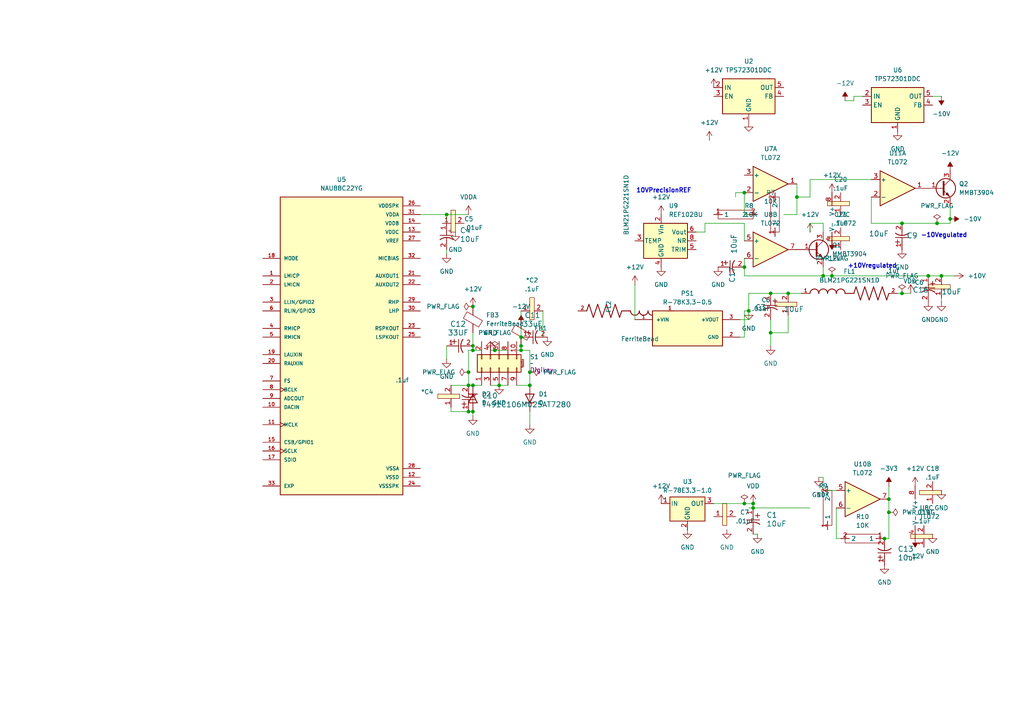
<source format=kicad_sch>
(kicad_sch (version 20231120) (generator "eeschema") (generator_version "8.0")
  (paper "A4")
  (lib_symbols
    (symbol "Amplifier_Operational:TL072" (pin_names (offset 0.127))
      (property "Reference" "U" (at 0 5.08 0))
      (property "Value" "TL072" (at 0 -5.08 0))
      (symbol "TL072_1_1"
        (polyline (pts (xy -5.08 5.08) (xy 5.08 0) (xy -5.08 -5.08) (xy -5.08 5.08)) (stroke (width 0.254)) (fill (type background)))
        (pin output line (at 7.62 0 180) (length 2.54) (name "~") (number "1"))
        (pin input line (at -7.62 -2.54 0) (length 2.54) (name "-") (number "2"))
        (pin input line (at -7.62 2.54 0) (length 2.54) (name "+") (number "3"))
      )
      (symbol "TL072_2_1"
        (polyline (pts (xy -5.08 5.08) (xy 5.08 0) (xy -5.08 -5.08) (xy -5.08 5.08)) (stroke (width 0.254)) (fill (type background)))
        (pin input line (at -7.62 2.54 0) (length 2.54) (name "+") (number "5"))
        (pin input line (at -7.62 -2.54 0) (length 2.54) (name "-") (number "6"))
        (pin output line (at 7.62 0 180) (length 2.54) (name "~") (number "7"))
      )
      (symbol "TL072_3_1"
        (pin power_in line (at -2.54 -7.62 90) (length 3.81) (name "V-") (number "4"))
        (pin power_in line (at -2.54 7.62 270) (length 3.81) (name "V+") (number "8"))
      )
    )
    (symbol "Device:D" (pin_numbers hide) (pin_names (offset 1.016) hide)
      (property "Reference" "D" (at 0 2.54 0))
      (property "Value" "D" (at 0 -2.54 0))
      (symbol "D_0_1"
        (polyline (pts (xy -1.27 1.27) (xy -1.27 -1.27)) (stroke (width 0.254)))
        (polyline (pts (xy 1.27 0) (xy -1.27 0)))
        (polyline (pts (xy 1.27 1.27) (xy 1.27 -1.27) (xy -1.27 0) (xy 1.27 1.27)) (stroke (width 0.254)))
      )
      (symbol "D_1_1"
        (pin passive line (at -3.81 0 0) (length 2.54) (name "K") (number "1"))
        (pin passive line (at 3.81 0 180) (length 2.54) (name "A") (number "2"))
      )
    )
    (symbol "Device:FerriteBead" (pin_numbers hide) (pin_names (offset 0))
      (property "Reference" "FB" (at -3.81 0.635 90))
      (property "Value" "FerriteBead" (at 3.81 0 90))
      (symbol "FerriteBead_0_1"
        (polyline (pts (xy 0 -1.27) (xy 0 -1.2192)))
        (polyline (pts (xy 0 1.27) (xy 0 1.2954)))
        (polyline (pts (xy -2.7686 0.4064) (xy -1.7018 2.2606) (xy 2.7686 -0.3048) (xy 1.6764 -2.159) (xy -2.7686 0.4064)))
      )
      (symbol "FerriteBead_1_1"
        (pin passive line (at 0 3.81 270) (length 2.54) (name "~") (number "1"))
        (pin passive line (at 0 -3.81 90) (length 2.54) (name "~") (number "2"))
      )
    )
    (symbol "Reference_Voltage:REF102BU" (pin_names (offset 0.254))
      (property "Reference" "U" (at 0 8.255 0))
      (property "Value" "REF102BU" (at 3.175 6.35 0))
      (symbol "REF102BU_0_1"
        (rectangle (start -7.62 5.08) (end 5.08 -5.08) (stroke (width 0.254)) (fill (type background)))
      )
      (symbol "REF102BU_1_1"
        (pin no_connect line (at -5.08 -5.08 90) (length 2.54) hide (name "NC") (number "1"))
        (pin power_in line (at -2.54 7.62 270) (length 2.54) (name "Vin") (number "2"))
        (pin passive line (at -10.16 0 0) (length 2.54) (name "TEMP") (number "3"))
        (pin power_in line (at -2.54 -7.62 90) (length 2.54) (name "GND") (number "4"))
        (pin passive line (at 7.62 -2.54 180) (length 2.54) (name "TRIM") (number "5"))
        (pin power_out line (at 7.62 2.54 180) (length 2.54) (name "Vout") (number "6"))
        (pin no_connect line (at 0 -5.08 90) (length 2.54) hide (name "NC") (number "7"))
        (pin passive line (at 7.62 0 180) (length 2.54) (name "NR") (number "8"))
      )
    )
    (symbol "Regulator_Linear:TPS72301DDC"
      (property "Reference" "U" (at -6.35 6.35 0))
      (property "Value" "TPS72301DDC" (at 0 6.35 0))
      (symbol "TPS72301DDC_0_1"
        (rectangle (start -7.62 -5.08) (end 7.62 5.08) (stroke (width 0.254)) (fill (type background)))
      )
      (symbol "TPS72301DDC_1_1"
        (pin power_in line (at 0 -7.62 90) (length 2.54) (name "GND") (number "1"))
        (pin power_in line (at -10.16 2.54 0) (length 2.54) (name "IN") (number "2"))
        (pin input line (at -10.16 0 0) (length 2.54) (name "EN") (number "3"))
        (pin input line (at 10.16 0 180) (length 2.54) (name "FB") (number "4"))
        (pin power_out line (at 10.16 2.54 180) (length 2.54) (name "OUT") (number "5"))
      )
    )
    (symbol "Regulator_Switching:R-78E3.3-1.0" (pin_names (offset 0.254))
      (property "Reference" "U" (at -3.81 3.175 0))
      (property "Value" "R-78E3.3-1.0" (at 0 3.175 0))
      (symbol "R-78E3.3-1.0_0_1"
        (rectangle (start -5.08 1.905) (end 5.08 -5.08) (stroke (width 0.254)) (fill (type background)))
      )
      (symbol "R-78E3.3-1.0_1_1"
        (pin power_in line (at -7.62 0 0) (length 2.54) (name "IN") (number "1"))
        (pin power_in line (at 0 -7.62 90) (length 2.54) (name "GND") (number "2"))
        (pin power_out line (at 7.62 0 180) (length 2.54) (name "OUT") (number "3"))
      )
    )
    (symbol "Transistor_BJT:MMBT3904" (pin_names (offset 0) hide)
      (property "Reference" "Q" (at 5.08 1.905 0))
      (property "Value" "MMBT3904" (at 5.08 0 0))
      (symbol "MMBT3904_0_1"
        (polyline (pts (xy 0.635 0.635) (xy 2.54 2.54)))
        (polyline (pts (xy 0.635 -0.635) (xy 2.54 -2.54) (xy 2.54 -2.54)))
        (polyline (pts (xy 0.635 1.905) (xy 0.635 -1.905) (xy 0.635 -1.905)) (stroke (width 0.508)))
        (polyline (pts (xy 1.27 -1.778) (xy 1.778 -1.27) (xy 2.286 -2.286) (xy 1.27 -1.778) (xy 1.27 -1.778)) (fill (type outline)))
        (circle (center 1.27 0) (radius 2.8194) (stroke (width 0.254)))
      )
      (symbol "MMBT3904_1_1"
        (pin input line (at -5.08 0 0) (length 5.715) (name "B") (number "1"))
        (pin passive line (at 2.54 -5.08 90) (length 2.54) (name "E") (number "2"))
        (pin passive line (at 2.54 5.08 270) (length 2.54) (name "C") (number "3"))
      )
    )
    (symbol "common:CerCap"
      (property "Reference" "*C" (at 0 0 0))
      (symbol "CerCap_1_1"
        (rectangle (start -1.27 3.81) (end 0 -2.54) (fill (type background)))
        (pin passive line (at -3.81 0 0) (length 2.54) (name "") (number "1"))
        (pin passive line (at 2.54 0 180) (length 2.54) (name "") (number "2"))
      )
    )
    (symbol "common:R"
      (property "Reference" "R*" (at 0 0 0))
      (symbol "R_0_1"
        (rectangle (start -5.08 0) (end 5.08 -2.54))
      )
      (symbol "R_1_1"
        (pin passive line (at -6.35 -1.27 0) (length 2.54) (name "1") (number "1"))
        (pin passive line (at 6.35 -1.27 180) (length 2.54) (name "2") (number "2"))
      )
    )
    (symbol "common:euroHeader" (pin_names hide)
      (property "Reference" "S" (at 0 0 0))
      (property "supplier" "Digikey" (at 0 0 0))
      (symbol "euroHeader_1_1"
        (polyline (pts (xy 11.684 -12.192) (xy 13.716 -12.192)) (stroke (width 0.1524)))
        (rectangle (start 10.16 -10.033) (end 11.43 -10.287) (stroke (width 0.1524)))
        (rectangle (start 10.16 -7.493) (end 11.43 -7.747) (stroke (width 0.1524)))
        (rectangle (start 10.16 -4.953) (end 11.43 -5.207) (stroke (width 0.1524)))
        (rectangle (start 10.16 -2.413) (end 11.43 -2.667) (stroke (width 0.1524)))
        (rectangle (start 10.16 0.127) (end 11.43 -0.127) (stroke (width 0.1524)))
        (rectangle (start 10.16 1.27) (end 15.24 -11.43) (stroke (width 0.254)) (fill (type background)))
        (rectangle (start 15.24 -10.033) (end 13.97 -10.287) (stroke (width 0.1524)))
        (rectangle (start 15.24 -7.493) (end 13.97 -7.747) (stroke (width 0.1524)))
        (rectangle (start 15.24 -4.953) (end 13.97 -5.207) (stroke (width 0.1524)))
        (rectangle (start 15.24 -2.413) (end 13.97 -2.667) (stroke (width 0.1524)))
        (rectangle (start 15.24 0.127) (end 13.97 -0.127) (stroke (width 0.1524)))
        (text "Mounting" (at 12.7 -11.811 0) (effects (font (size 0.381 0.381))))
        (pin power_in line (at 6.35 0 0) (length 3.81) (name "") (number "1"))
        (pin power_in line (at 19.05 -10.16 180) (length 3.81) (name "") (number "10"))
        (pin power_in line (at 19.05 0 180) (length 3.81) (name "") (number "2"))
        (pin power_in line (at 6.35 -2.54 0) (length 3.81) (name "") (number "3"))
        (pin power_in line (at 19.05 -2.54 180) (length 3.81) (name "") (number "4"))
        (pin power_in line (at 6.35 -5.08 0) (length 3.81) (name "") (number "5"))
        (pin power_in line (at 19.05 -5.08 180) (length 3.81) (name "") (number "6"))
        (pin power_in line (at 6.35 -7.62 0) (length 3.81) (name "") (number "7"))
        (pin power_in line (at 19.05 -7.62 180) (length 3.81) (name "") (number "8"))
        (pin power_in line (at 6.35 -10.16 0) (length 3.81) (name "") (number "9"))
      )
    )
    (symbol "esp32lib:R-78K3.3-0.5" (pin_names (offset 1.016))
      (property "Reference" "PS" (at -10.16 5.842 0))
      (property "Value" "R-78K3.3-0.5" (at -10.16 -7.62 0))
      (symbol "R-78K3.3-0.5_0_0"
        (rectangle (start -10.16 -5.08) (end 10.16 5.08) (stroke (width 0.254)) (fill (type background)))
        (pin input line (at -15.24 2.54 0) (length 5.08) (name "+VIN") (number "1"))
        (pin power_in line (at 15.24 -2.54 180) (length 5.08) (name "GND") (number "2"))
        (pin output line (at 15.24 2.54 180) (length 5.08) (name "+VOUT") (number "3"))
      )
    )
    (symbol "esp32lib:T491C106M025AT7280" (pin_names (offset 0.254))
      (property "Reference" "C" (at 3.81 3.81 0))
      (property "Value" "T491C106M025AT7280" (at 3.81 -3.81 0))
      (symbol "T491C106M025AT7280_1_1"
        (polyline (pts (xy 1.5748 1.27) (xy 2.8448 1.27)) (stroke (width 0.2032)))
        (polyline (pts (xy 2.2098 0.635) (xy 2.2098 1.905)) (stroke (width 0.2032)))
        (polyline (pts (xy 2.54 0) (xy 3.4798 0)) (stroke (width 0.2032)))
        (polyline (pts (xy 3.4798 -1.905) (xy 3.4798 1.905)) (stroke (width 0.2032)))
        (polyline (pts (xy 4.1148 0) (xy 5.08 0)) (stroke (width 0.2032)))
        (arc (start 4.7541 1.9108) (mid 4.1148 0) (end 4.7541 -1.9108) (stroke (width 0.254)))
        (pin unspecified line (at 0 0 0) (length 2.54) (name "") (number "1"))
        (pin unspecified line (at 7.62 0 180) (length 2.54) (name "") (number "2"))
      )
      (symbol "T491C106M025AT7280_1_2"
        (polyline (pts (xy -1.905 -3.4798) (xy 1.905 -3.4798)) (stroke (width 0.2032)))
        (polyline (pts (xy 0 -4.1148) (xy 0 -5.08)) (stroke (width 0.2032)))
        (polyline (pts (xy 0 -2.54) (xy 0 -3.4798)) (stroke (width 0.2032)))
        (polyline (pts (xy 0.635 -2.2098) (xy 1.905 -2.2098)) (stroke (width 0.2032)))
        (polyline (pts (xy 1.27 -1.5748) (xy 1.27 -2.8448)) (stroke (width 0.2032)))
        (arc (start 1.9108 -4.7541) (mid 0 -4.1148) (end -1.9108 -4.7541) (stroke (width 0.254)))
        (pin unspecified line (at 0 0 270) (length 2.54) (name "") (number "1"))
        (pin unspecified line (at 0 -7.62 90) (length 2.54) (name "") (number "2"))
      )
    )
    (symbol "esp32lib:bead" (pin_names (offset 1.016))
      (property "Reference" "FL" (at -12.7044 5.0815 0))
      (property "Value" "BLM21PG221SN1D" (at -12.71 -5.0866 0))
      (symbol "bead_0_0"
        (arc (start -10.16 0) (mid -11.43 1.2645) (end -12.7 0) (stroke (width 0.254)))
        (arc (start -7.62 0) (mid -8.89 1.2645) (end -10.16 0) (stroke (width 0.254)))
        (arc (start -5.08 0) (mid -6.35 1.2645) (end -7.62 0) (stroke (width 0.254)))
        (arc (start -2.54 0) (mid -3.81 1.2645) (end -5.08 0) (stroke (width 0.254)))
        (polyline (pts (xy 0 0) (xy -2.54 0)) (stroke (width 0.254)))
        (polyline (pts (xy 0 0) (xy 0.635 1.905)) (stroke (width 0.254)))
        (polyline (pts (xy 0.635 1.905) (xy 1.905 -1.905)) (stroke (width 0.254)))
        (polyline (pts (xy 1.905 -1.905) (xy 3.175 1.905)) (stroke (width 0.254)))
        (polyline (pts (xy 3.175 1.905) (xy 4.445 -1.905)) (stroke (width 0.254)))
        (polyline (pts (xy 4.445 -1.905) (xy 5.715 1.905)) (stroke (width 0.254)))
        (polyline (pts (xy 5.715 1.905) (xy 6.985 -1.905)) (stroke (width 0.254)))
        (polyline (pts (xy 6.985 -1.905) (xy 8.255 1.905)) (stroke (width 0.254)))
        (polyline (pts (xy 8.255 1.905) (xy 9.525 -1.905)) (stroke (width 0.254)))
        (polyline (pts (xy 9.525 -1.905) (xy 10.16 0)) (stroke (width 0.254)))
        (pin passive line (at -15.24 0 0) (length 2.54) (name "~") (number "1"))
        (pin passive line (at 12.7 0 180) (length 2.54) (name "~") (number "2"))
      )
    )
    (symbol "modcaneuro:NAU88C22YG" (pin_names (offset 1.016))
      (property "Reference" "U" (at -17.78 45.72 0))
      (property "Value" "NAU88C22YG" (at -17.78 -45.72 0))
      (symbol "NAU88C22YG_0_0"
        (rectangle (start -17.78 -43.18) (end 17.78 43.18) (stroke (width 0.254)) (fill (type background)))
        (pin input line (at -22.86 20.32 0) (length 5.08) (name "LMICP") (number "1"))
        (pin input line (at -22.86 -17.78 0) (length 5.08) (name "DACIN") (number "10"))
        (pin input clock (at -22.86 -22.86 0) (length 5.08) (name "MCLK") (number "11"))
        (pin power_in line (at 22.86 -38.1 180) (length 5.08) (name "VSSD") (number "12"))
        (pin power_in line (at 22.86 33.02 180) (length 5.08) (name "VDDC") (number "13"))
        (pin power_in line (at 22.86 35.56 180) (length 5.08) (name "VDDB") (number "14"))
        (pin bidirectional line (at -22.86 -27.94 0) (length 5.08) (name "CSB/GPIO1") (number "15"))
        (pin input clock (at -22.86 -30.48 0) (length 5.08) (name "SCLK") (number "16"))
        (pin bidirectional line (at -22.86 -33.02 0) (length 5.08) (name "SDIO") (number "17"))
        (pin input line (at -22.86 25.4 0) (length 5.08) (name "MODE") (number "18"))
        (pin input line (at -22.86 -2.54 0) (length 5.08) (name "LAUXIN") (number "19"))
        (pin input line (at -22.86 17.78 0) (length 5.08) (name "LMICN") (number "2"))
        (pin input line (at -22.86 -5.08 0) (length 5.08) (name "RAUXIN") (number "20"))
        (pin output line (at 22.86 20.32 180) (length 5.08) (name "AUXOUT1") (number "21"))
        (pin output line (at 22.86 17.78 180) (length 5.08) (name "AUXOUT2") (number "22"))
        (pin output line (at 22.86 5.08 180) (length 5.08) (name "RSPKOUT") (number "23"))
        (pin power_in line (at 22.86 -40.64 180) (length 5.08) (name "VSSSPK") (number "24"))
        (pin output line (at 22.86 2.54 180) (length 5.08) (name "LSPKOUT") (number "25"))
        (pin power_in line (at 22.86 40.64 180) (length 5.08) (name "VDDSPK") (number "26"))
        (pin power_in line (at 22.86 30.48 180) (length 5.08) (name "VREF") (number "27"))
        (pin power_in line (at 22.86 -35.56 180) (length 5.08) (name "VSSA") (number "28"))
        (pin output line (at 22.86 12.7 180) (length 5.08) (name "RHP") (number "29"))
        (pin bidirectional line (at -22.86 12.7 0) (length 5.08) (name "LLIN/GPIO2") (number "3"))
        (pin output line (at 22.86 10.16 180) (length 5.08) (name "LHP") (number "30"))
        (pin power_in line (at 22.86 38.1 180) (length 5.08) (name "VDDA") (number "31"))
        (pin output line (at 22.86 25.4 180) (length 5.08) (name "MICBIAS") (number "32"))
        (pin passive line (at -22.86 -40.64 0) (length 5.08) (name "EXP") (number "33"))
        (pin input line (at -22.86 5.08 0) (length 5.08) (name "RMICP") (number "4"))
        (pin input line (at -22.86 2.54 0) (length 5.08) (name "RMICN") (number "5"))
        (pin bidirectional line (at -22.86 10.16 0) (length 5.08) (name "RLIN/GPIO3") (number "6"))
        (pin bidirectional line (at -22.86 -10.16 0) (length 5.08) (name "FS") (number "7"))
        (pin bidirectional clock (at -22.86 -12.7 0) (length 5.08) (name "BCLK") (number "8"))
        (pin output line (at -22.86 -15.24 0) (length 5.08) (name "ADCOUT") (number "9"))
      )
    )
    (symbol "power:+10V" (power) (pin_numbers hide) (pin_names (offset 0) hide)
      (property "Value" "+10V" (at 0 3.556 0))
      (symbol "+10V_0_1"
        (polyline (pts (xy -0.762 1.27) (xy 0 2.54)))
        (polyline (pts (xy 0 0) (xy 0 2.54)))
        (polyline (pts (xy 0 2.54) (xy 0.762 1.27)))
      )
      (symbol "+10V_1_1"
        (pin power_in line (at 0 0 90) (length 0) (name "~") (number "1"))
      )
    )
    (symbol "power:+12V" (power) (pin_numbers hide) (pin_names (offset 0) hide)
      (property "Value" "+12V" (at 0 3.556 0))
      (symbol "+12V_0_1"
        (polyline (pts (xy -0.762 1.27) (xy 0 2.54)))
        (polyline (pts (xy 0 0) (xy 0 2.54)))
        (polyline (pts (xy 0 2.54) (xy 0.762 1.27)))
      )
      (symbol "+12V_1_1"
        (pin power_in line (at 0 0 90) (length 0) (name "~") (number "1"))
      )
    )
    (symbol "power:-10V" (power) (pin_numbers hide) (pin_names (offset 0) hide)
      (property "Value" "-10V" (at 0 3.556 0))
      (symbol "-10V_0_0"
        (pin power_in line (at 0 0 90) (length 0) (name "~") (number "1"))
      )
      (symbol "-10V_0_1"
        (polyline (pts (xy 0 0) (xy 0 1.27) (xy 0.762 1.27) (xy 0 2.54) (xy -0.762 1.27) (xy 0 1.27)) (fill (type outline)))
      )
    )
    (symbol "power:-12V" (power) (pin_numbers hide) (pin_names (offset 0) hide)
      (property "Value" "-12V" (at 0 3.556 0))
      (symbol "-12V_0_0"
        (pin power_in line (at 0 0 90) (length 0) (name "~") (number "1"))
      )
      (symbol "-12V_0_1"
        (polyline (pts (xy 0 0) (xy 0 1.27) (xy 0.762 1.27) (xy 0 2.54) (xy -0.762 1.27) (xy 0 1.27)) (fill (type outline)))
      )
    )
    (symbol "power:-3V3" (power) (pin_numbers hide) (pin_names (offset 0) hide)
      (property "Value" "-3V3" (at 0 3.556 0))
      (symbol "-3V3_0_0"
        (pin power_in line (at 0 0 90) (length 0) (name "~") (number "1"))
      )
      (symbol "-3V3_0_1"
        (polyline (pts (xy 0 0) (xy 0 1.27) (xy 0.762 1.27) (xy 0 2.54) (xy -0.762 1.27) (xy 0 1.27)) (fill (type outline)))
      )
    )
    (symbol "power:GND" (power) (pin_numbers hide) (pin_names (offset 0) hide)
      (property "Value" "GND" (at 0 -3.81 0))
      (symbol "GND_0_1"
        (polyline (pts (xy 0 0) (xy 0 -1.27) (xy 1.27 -1.27) (xy 0 -2.54) (xy -1.27 -1.27) (xy 0 -1.27)))
      )
      (symbol "GND_1_1"
        (pin power_in line (at 0 0 270) (length 0) (name "~") (number "1"))
      )
    )
    (symbol "power:PWR_FLAG" (power) (pin_numbers hide) (pin_names (offset 0) hide)
      (property "Value" "PWR_FLAG" (at 0 3.81 0))
      (symbol "PWR_FLAG_0_0"
        (pin power_out line (at 0 0 90) (length 0) (name "~") (number "1"))
      )
      (symbol "PWR_FLAG_0_1"
        (polyline (pts (xy 0 0) (xy 0 1.27) (xy -1.016 1.905) (xy 0 2.54) (xy 1.016 1.905) (xy 0 1.27)))
      )
    )
    (symbol "power:VDD" (power) (pin_numbers hide) (pin_names (offset 0) hide)
      (property "Value" "VDD" (at 0 3.556 0))
      (symbol "VDD_0_1"
        (polyline (pts (xy -0.762 1.27) (xy 0 2.54)))
        (polyline (pts (xy 0 0) (xy 0 2.54)))
        (polyline (pts (xy 0 2.54) (xy 0.762 1.27)))
      )
      (symbol "VDD_1_1"
        (pin power_in line (at 0 0 90) (length 0) (name "~") (number "1"))
      )
    )
    (symbol "power:VDDA" (power) (pin_numbers hide) (pin_names (offset 0) hide)
      (property "Value" "VDDA" (at 0 3.556 0))
      (symbol "VDDA_0_1"
        (polyline (pts (xy -0.762 1.27) (xy 0 2.54)))
        (polyline (pts (xy 0 0) (xy 0 2.54)))
        (polyline (pts (xy 0 2.54) (xy 0.762 1.27)))
      )
      (symbol "VDDA_1_1"
        (pin power_in line (at 0 0 90) (length 0) (name "~") (number "1"))
      )
    )
  )
  (junction (at 241.3 80.01))
  (junction (at 144.78 111.76))
  (junction (at 256.54 156.21))
  (junction (at 257.81 144.78))
  (junction (at 223.52 96.52))
  (junction (at 153.67 107.95))
  (junction (at 151.13 97.79))
  (junction (at 151.13 100.33))
  (junction (at 218.44 146.05))
  (junction (at 151.13 101.6))
  (junction (at 273.05 80.01))
  (junction (at 261.62 85.09))
  (junction (at 269.24 80.01))
  (junction (at 223.52 85.09))
  (junction (at 215.9 146.05))
  (junction (at 218.44 147.32))
  (junction (at 143.51 101.6))
  (junction (at 217.17 90.17))
  (junction (at 238.76 80.01))
  (junction (at 129.54 62.23))
  (junction (at 257.81 148.59))
  (junction (at 271.78 64.77))
  (junction (at 231.14 57.15))
  (junction (at 137.16 119.38))
  (junction (at 261.62 64.77))
  (junction (at 137.16 88.9))
  (junction (at 137.16 100.33))
  (junction (at 135.89 107.95))
  (junction (at 135.89 119.38))
  (junction (at 137.16 101.6))
  (junction (at 135.89 111.76))
  (junction (at 137.16 111.76))
  (junction (at 153.67 111.76))
  (junction (at 215.9 77.47))
  (junction (at 275.59 63.5))
  (junction (at 215.9 55.88))
  (junction (at 228.6 85.09))
  (wire (pts (xy 137.16 101.6) (xy 139.7 101.6)))
  (wire (pts (xy 207.01 146.05) (xy 215.9 146.05)))
  (wire (pts (xy 201.93 67.31) (xy 204.47 67.31)))
  (wire (pts (xy 238.76 138.43) (xy 238.76 142.24)))
  (wire (pts (xy 252.73 64.77) (xy 252.73 57.15)))
  (wire (pts (xy 238.76 64.77) (xy 234.95 64.77)))
  (wire (pts (xy 129.54 104.14) (xy 129.54 100.33)))
  (wire (pts (xy 234.95 64.77) (xy 234.95 67.31)))
  (wire (pts (xy 143.51 101.6) (xy 147.32 101.6)))
  (wire (pts (xy 130.81 119.38) (xy 135.89 119.38)))
  (wire (pts (xy 151.13 100.33) (xy 151.13 101.6)))
  (wire (pts (xy 129.54 64.77) (xy 129.54 62.23)))
  (wire (pts (xy 135.89 111.76) (xy 135.89 107.95)))
  (wire (pts (xy 237.49 138.43) (xy 238.76 138.43)))
  (wire (pts (xy 257.81 144.78) (xy 257.81 148.59)))
  (wire (pts (xy 245.11 29.21) (xy 247.65 29.21)))
  (wire (pts (xy 228.6 91.44) (xy 228.6 96.52)))
  (wire (pts (xy 273.05 87.63) (xy 273.05 86.36)))
  (wire (pts (xy 243.84 156.21) (xy 242.57 156.21)))
  (wire (pts (xy 218.44 147.32) (xy 234.95 147.32)))
  (wire (pts (xy 151.13 93.98) (xy 151.13 97.79)))
  (wire (pts (xy 247.65 27.94) (xy 250.19 27.94)))
  (wire (pts (xy 130.81 119.38) (xy 130.81 118.11)))
  (wire (pts (xy 215.9 97.79) (xy 215.9 90.17)))
  (wire (pts (xy 144.78 111.76) (xy 147.32 111.76)))
  (wire (pts (xy 223.52 92.71) (xy 223.52 96.52)))
  (wire (pts (xy 215.9 97.79) (xy 214.63 97.79)))
  (wire (pts (xy 153.67 107.95) (xy 153.67 111.76)))
  (wire (pts (xy 139.7 111.76) (xy 137.16 111.76)))
  (wire (pts (xy 238.76 142.24) (xy 242.57 142.24)))
  (wire (pts (xy 275.59 64.77) (xy 271.78 64.77)))
  (wire (pts (xy 217.17 90.17) (xy 217.17 85.09)))
  (wire (pts (xy 261.62 64.77) (xy 252.73 64.77)))
  (wire (pts (xy 269.24 80.01) (xy 241.3 80.01)))
  (wire (pts (xy 275.59 63.5) (xy 275.59 64.77)))
  (wire (pts (xy 231.14 53.34) (xy 231.14 57.15)))
  (wire (pts (xy 241.3 80.01) (xy 238.76 80.01)))
  (wire (pts (xy 218.44 147.32) (xy 218.44 146.05)))
  (wire (pts (xy 204.47 64.77) (xy 215.9 64.77)))
  (wire (pts (xy 157.48 90.17) (xy 157.48 97.79)))
  (wire (pts (xy 137.16 120.65) (xy 137.16 119.38)))
  (wire (pts (xy 227.33 62.23) (xy 231.14 62.23)))
  (wire (pts (xy 276.86 80.01) (xy 273.05 80.01)))
  (wire (pts (xy 231.14 57.15) (xy 231.14 62.23)))
  (wire (pts (xy 256.54 156.21) (xy 257.81 156.21)))
  (wire (pts (xy 129.54 72.39) (xy 129.54 73.66)))
  (wire (pts (xy 261.62 85.09) (xy 260.35 85.09)))
  (wire (pts (xy 217.17 85.09) (xy 223.52 85.09)))
  (wire (pts (xy 153.67 119.38) (xy 153.67 123.19)))
  (wire (pts (xy 142.24 111.76) (xy 144.78 111.76)))
  (wire (pts (xy 215.9 62.23) (xy 215.9 55.88)))
  (wire (pts (xy 270.51 27.94) (xy 273.05 27.94)))
  (wire (pts (xy 218.44 146.05) (xy 215.9 146.05)))
  (wire (pts (xy 217.17 147.32) (xy 218.44 147.32)))
  (wire (pts (xy 149.86 101.6) (xy 151.13 101.6)))
  (wire (pts (xy 238.76 67.31) (xy 238.76 64.77)))
  (wire (pts (xy 213.36 55.88) (xy 215.9 55.88)))
  (wire (pts (xy 217.17 92.71) (xy 217.17 90.17)))
  (wire (pts (xy 214.63 92.71) (xy 217.17 92.71)))
  (wire (pts (xy 242.57 156.21) (xy 242.57 147.32)))
  (wire (pts (xy 215.9 80.01) (xy 238.76 80.01)))
  (wire (pts (xy 151.13 90.17) (xy 151.13 92.71)))
  (wire (pts (xy 257.81 148.59) (xy 257.81 156.21)))
  (wire (pts (xy 135.89 107.95) (xy 135.89 101.6)))
  (wire (pts (xy 130.81 111.76) (xy 135.89 111.76)))
  (wire (pts (xy 135.89 101.6) (xy 137.16 101.6)))
  (wire (pts (xy 184.15 82.55) (xy 184.15 92.71)))
  (wire (pts (xy 232.41 85.09) (xy 228.6 85.09)))
  (wire (pts (xy 215.9 64.77) (xy 215.9 69.85)))
  (wire (pts (xy 271.78 64.77) (xy 261.62 64.77)))
  (wire (pts (xy 247.65 29.21) (xy 247.65 27.94)))
  (wire (pts (xy 151.13 101.6) (xy 153.67 101.6)))
  (wire (pts (xy 135.89 119.38) (xy 137.16 119.38)))
  (wire (pts (xy 213.36 57.15) (xy 213.36 55.88)))
  (wire (pts (xy 238.76 77.47) (xy 238.76 80.01)))
  (wire (pts (xy 215.9 62.23) (xy 219.71 62.23)))
  (wire (pts (xy 137.16 96.52) (xy 137.16 100.33)))
  (wire (pts (xy 121.92 62.23) (xy 129.54 62.23)))
  (wire (pts (xy 234.95 52.07) (xy 234.95 57.15)))
  (wire (pts (xy 223.52 85.09) (xy 228.6 85.09)))
  (wire (pts (xy 257.81 140.97) (xy 257.81 144.78)))
  (wire (pts (xy 215.9 74.93) (xy 215.9 77.47)))
  (wire (pts (xy 218.44 154.94) (xy 219.71 154.94)))
  (wire (pts (xy 153.67 111.76) (xy 149.86 111.76)))
  (wire (pts (xy 151.13 97.79) (xy 151.13 100.33)))
  (wire (pts (xy 204.47 67.31) (xy 204.47 64.77)))
  (wire (pts (xy 234.95 57.15) (xy 231.14 57.15)))
  (wire (pts (xy 129.54 62.23) (xy 135.89 62.23)))
  (wire (pts (xy 137.16 111.76) (xy 135.89 111.76)))
  (wire (pts (xy 273.05 80.01) (xy 269.24 80.01)))
  (wire (pts (xy 252.73 52.07) (xy 234.95 52.07)))
  (wire (pts (xy 142.24 101.6) (xy 143.51 101.6)))
  (wire (pts (xy 264.16 85.09) (xy 261.62 85.09)))
  (wire (pts (xy 215.9 90.17) (xy 217.17 90.17)))
  (wire (pts (xy 275.59 59.69) (xy 275.59 63.5)))
  (wire (pts (xy 153.67 101.6) (xy 153.67 107.95)))
  (wire (pts (xy 137.16 100.33) (xy 137.16 101.6)))
  (wire (pts (xy 228.6 96.52) (xy 223.52 96.52)))
  (wire (pts (xy 223.52 96.52) (xy 223.52 100.33)))
  (wire (pts (xy 215.9 77.47) (xy 215.9 80.01)))
  (text "+10Vregulated" (at 252.984 77.216 0) (effects (font (size 1.27 1.27) (thickness 0.254) (bold yes))))
  (text "-10Vegulated" (at 273.812 68.326 0) (effects (font (size 1.27 1.27) (thickness 0.254) (bold yes))))
  (text "10VPrecisionREF" (at 192.532 55.372 0) (effects (font (size 1.27 1.27) (thickness 0.254) (bold yes))))
  (symbol (lib_id "power:PWR_FLAG") (at 215.9 146.05 0) (unit 1)
    (property "Reference" "#FLG2" (effects (hide yes)))
    (property "Value" "PWR_FLAG" (at 215.9 137.922 0))
    (property "Description" "Special symbol for telling ERC where power comes from" (effects (hide yes)))
  )
  (symbol (lib_id "esp32lib:T491C106M025AT7280") (at 151.13 97.79 0) (unit 1)
    (property "Reference" "C11" (at 154.4574 91.44 0) (effects (font (size 1.524 1.524))))
    (property "Value" "33uF" (at 154.4574 93.98 0) (effects (font (size 1.524 1.524))))
    (property "Footprint" "customfootprints:10uFtantcap" (effects (hide yes)))
    (property "Datasheet" "T491C106M025AT7280" (effects (hide yes)))
  )
  (symbol (lib_id "power:GND") (at 199.39 153.67 0) (unit 1)
    (property "Reference" "#PWR12" (effects (hide yes)))
    (property "Value" "GND" (at 199.39 158.75 0))
    (property "Description" "Power symbol creates a global label with name \"GND\" , ground" (effects (hide yes)))
  )
  (symbol (lib_id "common:R") (at 223.52 62.23 90) (unit 1)
    (property "Reference" "R7" (at 223.52 55.88 90))
    (property "Value" "10K" (at 223.52 58.42 90))
    (property "Footprint" "commonfootprint:Modcan0603" (effects (hide yes)))
    (property "Description" "Resistor" (effects (hide yes)))
  )
  (symbol (lib_id "power:PWR_FLAG") (at 153.67 107.95 270) (unit 1)
    (property "Reference" "#FLG4" (effects (hide yes)))
    (property "Value" "PWR_FLAG" (at 157.48 107.9499 90) (effects (justify left)))
    (property "Description" "Special symbol for telling ERC where power comes from" (effects (hide yes)))
  )
  (symbol (lib_id "Device:D") (at 153.67 115.57 90) (unit 1)
    (property "Reference" "D1" (at 156.21 114.2999 90) (effects (justify right)))
    (property "Value" "D" (at 156.21 116.8399 90) (effects (justify right)))
    (property "Description" "Diode" (effects (hide yes)))
    (property "Sim.Device" "D" (effects (hide yes)))
    (property "Sim.Pins" "1=K 2=A" (effects (hide yes)))
  )
  (symbol (lib_id "common:CerCap") (at 267.97 154.94 90) (unit 1)
    (property "Reference" "C19" (at 267.9763 148.59 90))
    (property "Value" ".1uF" (at 267.9763 151.13 90))
    (property "Footprint" "commonfootprint:Ceramic0603" (effects (hide yes)))
    (property "Description" "Unpolarized capacitor, small symbol" (effects (hide yes)))
  )
  (symbol (lib_id "Transistor_BJT:MMBT3904") (at 236.22 72.39 0) (unit 1)
    (property "Reference" "Q1" (at 241.3 71.1199 0) (effects (justify left)))
    (property "Value" "MMBT3904" (at 241.3 73.6599 0) (effects (justify left)))
    (property "Footprint" "Package_TO_SOT_SMD:SOT-23" (effects (hide yes)))
    (property "Datasheet" "https://www.onsemi.com/pdf/datasheet/pzt3904-d.pdf" (effects (hide yes)))
    (property "Description" "0.2A Ic, 40V Vce, Small Signal NPN Transistor, SOT-23" (effects (hide yes)))
  )
  (symbol (lib_id "power:GND") (at 208.28 77.47 0) (unit 1)
    (property "Reference" "#PWR50" (effects (hide yes)))
    (property "Value" "GND" (at 208.28 82.55 0))
    (property "Description" "Power symbol creates a global label with name \"GND\" , ground" (effects (hide yes)))
  )
  (symbol (lib_id "esp32lib:T491C106M025AT7280") (at 261.62 72.39 90) (unit 1)
    (property "Reference" "C9" (at 266.192 68.326 90) (effects (font (size 1.524 1.524)) (justify left)))
    (property "Value" "10uF" (at 257.81 67.7927 90) (effects (font (size 1.524 1.524)) (justify left)))
    (property "Footprint" "customfootprints:10uFtantcap" (effects (hide yes)))
    (property "Datasheet" "T491C106M025AT7280" (effects (hide yes)))
  )
  (symbol (lib_id "common:R") (at 238.76 147.32 90) (unit 1)
    (property "Reference" "R9" (at 238.76 140.97 90))
    (property "Value" "10K" (at 238.76 143.51 90))
    (property "Footprint" "commonfootprint:Modcan0603" (effects (hide yes)))
    (property "Description" "Resistor" (effects (hide yes)))
  )
  (symbol (lib_id "power:PWR_FLAG") (at 137.16 88.9 90) (unit 1)
    (property "Reference" "#FLG3" (effects (hide yes)))
    (property "Value" "PWR_FLAG" (at 133.35 88.8999 90) (effects (justify left)))
    (property "Description" "Special symbol for telling ERC where power comes from" (effects (hide yes)))
  )
  (symbol (lib_id "power:-12V") (at 265.43 156.21 180) (unit 1)
    (property "Reference" "#PWR43" (effects (hide yes)))
    (property "Value" "-12V" (at 265.43 161.29 0))
    (property "Description" "Power symbol creates a global label with name \"-12V\"" (effects (hide yes)))
  )
  (symbol (lib_id "power:-12V") (at 151.13 93.98 0) (unit 1)
    (property "Reference" "#PWR21" (effects (hide yes)))
    (property "Value" "-12V" (at 151.13 88.9 0))
    (property "Description" "Power symbol creates a global label with name \"-12V\"" (effects (hide yes)))
  )
  (symbol (lib_id "power:PWR_FLAG") (at 261.62 85.09 0) (unit 1)
    (property "Reference" "#FLG9" (effects (hide yes)))
    (property "Value" "PWR_FLAG" (at 261.62 80.01 0))
    (property "Description" "Special symbol for telling ERC where power comes from" (effects (hide yes)))
    (instances (project "esp32" (path "" (reference "#FLG9") (unit 1)) (path "" (reference "#FLG10") (unit 1))))
  )
  (symbol (lib_id "power:GND") (at 129.54 104.14 0) (unit 1)
    (property "Reference" "#PWR23" (effects (hide yes)))
    (property "Value" "GND" (at 129.54 109.22 0))
    (property "Description" "Power symbol creates a global label with name \"GND\" , ground" (effects (hide yes)))
  )
  (symbol (lib_id "power:GND") (at 270.51 154.94 0) (unit 1)
    (property "Reference" "#PWR53" (effects (hide yes)))
    (property "Value" "GND" (at 270.51 160.02 0))
    (property "Description" "Power symbol creates a global label with name \"GND\" , ground" (effects (hide yes)))
  )
  (symbol (lib_id "power:GND") (at 132.08 67.31 0) (unit 1)
    (property "Reference" "#PWR9" (effects (hide yes)))
    (property "Value" "GND" (at 132.08 72.39 0))
    (property "Description" "Power symbol creates a global label with name \"GND\" , ground" (effects (hide yes)))
  )
  (symbol (lib_id "power:VDDA") (at 135.89 62.23 0) (unit 1)
    (property "Reference" "#PWR7" (effects (hide yes)))
    (property "Value" "VDDA" (at 135.89 57.15 0))
    (property "Description" "Power symbol creates a global label with name \"VDDA\"" (effects (hide yes)))
  )
  (symbol (lib_id "common:CerCap") (at 273.05 82.55 90) (unit 1)
    (property "Reference" "*C6" (at 267.97 81.9149 90) (effects (justify left)))
    (property "Value" ".1uf" (at 260.858 78.486 90) (effects (justify left)))
    (property "Footprint" "commonfootprint:Ceramic0603" (effects (hide yes)))
    (instances (project "esp32" (path "" (reference "*C6") (unit 1)) (path "" (reference "*C7") (unit 1))))
  )
  (symbol (lib_id "power:+12V") (at 184.15 82.55 0) (unit 1)
    (property "Reference" "#PWR1" (effects (hide yes)))
    (property "Value" "+12V" (at 184.15 77.47 0))
    (property "Description" "Power symbol creates a global label with name \"+12V\"" (effects (hide yes)))
  )
  (symbol (lib_id "power:GND") (at 256.54 163.83 0) (unit 1)
    (property "Reference" "#PWR54" (effects (hide yes)))
    (property "Value" "GND" (at 256.54 168.91 0))
    (property "Description" "Power symbol creates a global label with name \"GND\" , ground" (effects (hide yes)))
  )
  (symbol (lib_id "common:CerCap") (at 210.82 149.86 0) (unit 1)
    (property "Reference" "C7" (at 214.63 148.5899 0) (effects (justify left)))
    (property "Value" ".01uF" (at 213.36 151.13 0) (effects (justify left)))
    (property "Footprint" "commonfootprint:Ceramic0603" (effects (hide yes)))
    (property "Description" "Unpolarized capacitor" (effects (hide yes)))
  )
  (symbol (lib_id "esp32lib:T491C106M025AT7280") (at 256.54 163.83 90) (unit 1)
    (property "Reference" "C13" (at 260.35 159.2325 90) (effects (font (size 1.524 1.524)) (justify right)))
    (property "Value" "10uF" (at 260.35 161.7725 90) (effects (font (size 1.524 1.524)) (justify right)))
    (property "Footprint" "customfootprints:10uFtantcap" (effects (hide yes)))
    (property "Datasheet" "T491C106M025AT7280" (effects (hide yes)))
  )
  (symbol (lib_id "power:+12V") (at 191.77 62.23 0) (unit 1)
    (property "Reference" "#PWR47" (effects (hide yes)))
    (property "Value" "+12V" (at 191.77 57.15 0))
    (property "Description" "Power symbol creates a global label with name \"+12V\"" (effects (hide yes)))
  )
  (symbol (lib_id "power:+12V") (at 137.16 88.9 0) (unit 1)
    (property "Reference" "#PWR20" (effects (hide yes)))
    (property "Value" "+12V" (at 137.16 83.82 0))
    (property "Description" "Power symbol creates a global label with name \"+12V\"" (effects (hide yes)))
  )
  (symbol (lib_id "power:+12V") (at 241.3 55.88 0) (unit 1)
    (property "Reference" "#PWR32" (effects (hide yes)))
    (property "Value" "+12V" (at 241.3 50.8 0))
    (property "Description" "Power symbol creates a global label with name \"+12V\"" (effects (hide yes)))
  )
  (symbol (lib_id "power:+12V") (at 207.01 25.4 0) (unit 1)
    (property "Reference" "#PWR33" (effects (hide yes)))
    (property "Value" "+12V" (at 207.01 20.32 0))
    (property "Description" "Power symbol creates a global label with name \"+12V\"" (effects (hide yes)))
  )
  (symbol (lib_id "common:CerCap") (at 132.08 64.77 0) (unit 1)
    (property "Reference" "C5" (at 134.62 63.5062 0) (effects (justify left)))
    (property "Value" ".01uF" (at 134.62 66.0462 0) (effects (justify left)))
    (property "Footprint" "commonfootprint:Ceramic0603" (effects (hide yes)))
    (property "Description" "Unpolarized capacitor, small symbol" (effects (hide yes)))
  )
  (symbol (lib_id "power:+12V") (at 234.95 67.31 0) (unit 1)
    (property "Reference" "#PWR40" (effects (hide yes)))
    (property "Value" "+12V" (at 234.95 62.23 0))
    (property "Description" "Power symbol creates a global label with name \"+12V\"" (effects (hide yes)))
  )
  (symbol (lib_id "common:CerCap") (at 228.6 87.63 90) (unit 1)
    (property "Reference" "C6" (at 223.52 86.9949 90) (effects (justify left)))
    (property "Value" ".01uF" (at 223.52 89.5349 90) (effects (justify left)))
    (property "Footprint" "commonfootprint:Ceramic0603" (effects (hide yes)))
    (property "Description" "Unpolarized capacitor" (effects (hide yes)))
  )
  (symbol (lib_id "esp32lib:T491C106M025AT7280") (at 208.28 77.47 0) (unit 1)
    (property "Reference" "C17" (at 212.344 82.042 90) (effects (font (size 1.524 1.524)) (justify left)))
    (property "Value" "10uF" (at 212.8773 73.66 90) (effects (font (size 1.524 1.524)) (justify left)))
    (property "Footprint" "customfootprints:10uFtantcap" (effects (hide yes)))
    (property "Datasheet" "T491C106M025AT7280" (effects (hide yes)))
  )
  (symbol (lib_id "power:+12V") (at 191.77 146.05 0) (unit 1)
    (property "Reference" "#PWR6" (effects (hide yes)))
    (property "Value" "+12V" (at 191.77 140.97 0))
    (property "Description" "Power symbol creates a global label with name \"+12V\"" (effects (hide yes)))
  )
  (symbol (lib_id "Device:D") (at 137.16 115.57 270) (unit 1)
    (property "Reference" "D2" (at 139.7 114.2999 90) (effects (justify left)))
    (property "Value" "D" (at 139.7 116.8399 90) (effects (justify left)))
    (property "Description" "Diode" (effects (hide yes)))
    (property "Sim.Device" "D" (effects (hide yes)))
    (property "Sim.Pins" "1=K 2=A" (effects (hide yes)))
  )
  (symbol (lib_id "common:CerCap") (at 270.51 142.24 90) (unit 1)
    (property "Reference" "C18" (at 270.5163 135.89 90))
    (property "Value" ".1uF" (at 270.5163 138.43 90))
    (property "Footprint" "commonfootprint:Ceramic0603" (effects (hide yes)))
    (property "Description" "Unpolarized capacitor, small symbol" (effects (hide yes)))
  )
  (symbol (lib_id "power:VDDA") (at 218.44 146.05 0) (unit 1)
    (property "Reference" "#PWR5" (effects (hide yes)))
    (property "Value" "VDD" (at 218.44 140.97 0))
    (property "Description" "Power symbol creates a global label with name \"VDDA\"" (effects (hide yes)))
  )
  (symbol (lib_id "power:PWR_FLAG") (at 271.78 64.77 0) (unit 1)
    (property "Reference" "#FLG7" (effects (hide yes)))
    (property "Value" "PWR_FLAG" (at 271.78 59.69 0))
    (property "Description" "Special symbol for telling ERC where power comes from" (effects (hide yes)))
  )
  (symbol (lib_id "common:CerCap") (at 130.81 114.3 90) (unit 1)
    (property "Reference" "*C4" (at 125.73 113.6649 90) (effects (justify left)))
    (property "Value" ".1uf" (at 118.618 110.236 90) (effects (justify left)))
    (property "Footprint" "commonfootprint:Ceramic0603" (effects (hide yes)))
    (instances (project "" (path "" (reference "*C4") (unit 1)) (path "" (reference "*C5") (unit 1))))
  )
  (symbol (lib_id "common:R") (at 250.19 157.48 180) (unit 1)
    (property "Reference" "R10" (at 250.19 149.86 0))
    (property "Value" "10K" (at 250.19 152.4 0))
    (property "Footprint" "commonfootprint:Modcan0603" (effects (hide yes)))
    (property "Description" "Resistor" (effects (hide yes)))
  )
  (symbol (lib_id "power:+12V") (at 265.43 140.97 0) (unit 1)
    (property "Reference" "#PWR42" (effects (hide yes)))
    (property "Value" "+12V" (at 265.43 135.89 0))
    (property "Description" "Power symbol creates a global label with name \"+12V\"" (effects (hide yes)))
  )
  (symbol (lib_id "power:VDD") (at 264.16 85.09 0) (unit 1)
    (property "Reference" "#PWR2" (effects (hide yes)))
    (property "Value" "VDD" (at 263.906 81.534 0))
    (property "Description" "Power symbol creates a global label with name \"VDD\"" (effects (hide yes)))
    (instances (project "esp32" (path "" (reference "#PWR2") (unit 1)) (path "" (reference "#PWR14") (unit 1))))
  )
  (symbol (lib_id "Regulator_Linear:TPS72301DDC") (at 217.17 27.94 0) (unit 1)
    (property "Reference" "U2" (at 217.17 17.78 0))
    (property "Value" "TPS72301DDC" (at 217.17 20.32 0))
    (property "Footprint" "Package_TO_SOT_SMD:TSOT-23-5" (effects (hide yes)))
    (property "Datasheet" "https://www.ti.com/lit/ds/symlink/tps723.pdf" (effects (hide yes)))
    (property "Description" "200-mA, Low-Noise, High-PSRR, Negative Output Low-Dropout Linear Regulator, Adjustable Output (-1.2 V to -10 V), TSOT-23-5" (effects (hide yes)))
  )
  (symbol (lib_id "Reference_Voltage:REF102BU") (at 194.31 69.85 0) (unit 1)
    (property "Reference" "U9" (at 193.9641 59.69 0) (effects (justify left)))
    (property "Value" "REF102BU" (at 193.9641 62.23 0) (effects (justify left)))
    (property "Footprint" "Package_SO:SOIC-8_3.9x4.9mm_P1.27mm" (effects (hide yes)))
    (property "Datasheet" "http://www.ti.com/lit/ds/symlink/ref02.pdf" (effects (hide yes)))
    (property "Description" "10V ±5mV Precision Voltage Reference, SO-8" (effects (hide yes)))
  )
  (symbol (lib_id "esp32lib:R-78K3.3-0.5") (at 199.39 95.25 0) (unit 1)
    (property "Reference" "PS1" (at 199.39 85.09 0))
    (property "Value" "R-78K3.3-0.5" (at 199.39 87.63 0))
    (property "Footprint" "customfootprints:CONV_R-78K3.3-0.5" (effects (hide yes)))
    (property "PARTREV" "0/2023" (effects (hide yes)))
    (property "SNAPEDA_PN" "R-78K5.0-1.0" (effects (hide yes)))
    (property "MANUFACTURER" "Recom Power" (effects (hide yes)))
    (property "MAXIMUM_PACKAGE_HEIGHT" "10.7mm" (effects (hide yes)))
    (property "STANDARD" "IPC-7351B" (effects (hide yes)))
  )
  (symbol (lib_id "power:GND") (at 237.49 138.43 0) (unit 1)
    (property "Reference" "#PWR51" (effects (hide yes)))
    (property "Value" "GND" (at 237.49 143.51 0))
    (property "Description" "Power symbol creates a global label with name \"GND\" , ground" (effects (hide yes)))
  )
  (symbol (lib_id "power:GND") (at 223.52 100.33 0) (unit 1)
    (property "Reference" "#PWR13" (effects (hide yes)))
    (property "Value" "GND" (at 223.52 105.41 0))
    (property "Description" "Power symbol creates a global label with name \"GND\" , ground" (effects (hide yes)))
  )
  (symbol (lib_id "esp32lib:T491C106M025AT7280") (at 129.54 64.77 270) (unit 1)
    (property "Reference" "C4" (at 133.35 66.8273 90) (effects (font (size 1.524 1.524)) (justify left)))
    (property "Value" "10uF" (at 133.35 69.3673 90) (effects (font (size 1.524 1.524)) (justify left)))
    (property "Footprint" "customfootprints:10uFtantcap" (effects (hide yes)))
    (property "Datasheet" "T491C106M025AT7280" (effects (hide yes)))
  )
  (symbol (lib_id "common:CerCap") (at 243.84 58.42 90) (unit 1)
    (property "Reference" "C20" (at 243.8463 52.07 90))
    (property "Value" ".1uF" (at 243.8463 54.61 90))
    (property "Footprint" "commonfootprint:Ceramic0603" (effects (hide yes)))
    (property "Description" "Unpolarized capacitor, small symbol" (effects (hide yes)))
  )
  (symbol (lib_id "common:CerCap") (at 243.84 68.58 90) (unit 1)
    (property "Reference" "C21" (at 243.8463 62.23 90))
    (property "Value" ".1uF" (at 243.8463 64.77 90))
    (property "Footprint" "commonfootprint:Ceramic0603" (effects (hide yes)))
    (property "Description" "Unpolarized capacitor, small symbol" (effects (hide yes)))
  )
  (symbol (lib_id "power:-10V") (at 273.05 27.94 180) (unit 1)
    (property "Reference" "#PWR29" (effects (hide yes)))
    (property "Value" "-10V" (at 273.05 33.02 0))
    (property "Description" "Power symbol creates a global label with name \"-10V\"" (effects (hide yes)))
  )
  (symbol (lib_id "power:-12V") (at 275.59 49.53 0) (unit 1)
    (property "Reference" "#PWR45" (effects (hide yes)))
    (property "Value" "-12V" (at 275.59 44.45 0))
    (property "Description" "Power symbol creates a global label with name \"-12V\"" (effects (hide yes)))
  )
  (symbol (lib_id "power:GND") (at 153.67 123.19 0) (unit 1)
    (property "Reference" "#PWR26" (effects (hide yes)))
    (property "Value" "GND" (at 153.67 128.27 0))
    (property "Description" "Power symbol creates a global label with name \"GND\" , ground" (effects (hide yes)))
  )
  (symbol (lib_id "esp32lib:T491C106M025AT7280") (at 269.24 80.01 270) (unit 1)
    (property "Reference" "C16" (at 264.668 84.074 90) (effects (font (size 1.524 1.524)) (justify left)))
    (property "Value" "10uF" (at 273.05 84.6073 90) (effects (font (size 1.524 1.524)) (justify left)))
    (property "Footprint" "customfootprints:10uFtantcap" (effects (hide yes)))
    (property "Datasheet" "T491C106M025AT7280" (effects (hide yes)))
    (instances (project "esp32" (path "" (reference "C16") (unit 1)) (path "" (reference "C38") (unit 1))))
  )
  (symbol (lib_id "Amplifier_Operational:TL072") (at 250.19 144.78 0) (unit 2)
    (property "Reference" "U10" (at 250.19 134.62 0))
    (property "Value" "TL072" (at 250.19 137.16 0))
    (property "Datasheet" "http://www.ti.com/lit/ds/symlink/tl071.pdf" (effects (hide yes)))
    (property "Description" "Dual Low-Noise JFET-Input Operational Amplifiers, DIP-8/SOIC-8" (effects (hide yes)))
  )
  (symbol (lib_id "common:CerCap") (at 154.94 90.17 0) (unit 1)
    (property "Reference" "*C2" (at 154.305 81.28 0))
    (property "Value" ".1uF" (at 154.305 83.82 0))
    (property "Footprint" "commonfootprint:Ceramic0603" (effects (hide yes)))
    (instances (project "" (path "" (reference "*C2") (unit 1)) (path "" (reference "*C3") (unit 1))))
  )
  (symbol (lib_id "power:GND") (at 217.17 90.17 0) (unit 1)
    (property "Reference" "#PWR3" (effects (hide yes)))
    (property "Value" "GND" (at 217.17 95.25 0))
    (property "Description" "Power symbol creates a global label with name \"GND\" , ground" (effects (hide yes)))
  )
  (symbol (lib_id "power:GND") (at 273.05 142.24 0) (unit 1)
    (property "Reference" "#PWR52" (effects (hide yes)))
    (property "Value" "GND" (at 273.05 147.32 0))
    (property "Description" "Power symbol creates a global label with name \"GND\" , ground" (effects (hide yes)))
  )
  (symbol (lib_id "power:GND") (at 137.16 120.65 0) (unit 1)
    (property "Reference" "#PWR27" (effects (hide yes)))
    (property "Value" "GND" (at 137.16 125.73 0))
    (property "Description" "Power symbol creates a global label with name \"GND\" , ground" (effects (hide yes)))
  )
  (symbol (lib_id "esp32lib:T491C106M025AT7280") (at 218.44 147.32 270) (unit 1)
    (property "Reference" "C1" (at 222.25 149.3773 90) (effects (font (size 1.524 1.524)) (justify left)))
    (property "Value" "10uF" (at 222.25 151.9173 90) (effects (font (size 1.524 1.524)) (justify left)))
    (property "Footprint" "customfootprints:10uFtantcap" (effects (hide yes)))
    (property "Datasheet" "T491C106M025AT7280" (effects (hide yes)))
  )
  (symbol (lib_id "power:GND") (at 261.62 72.39 0) (unit 1)
    (property "Reference" "#PWR49" (effects (hide yes)))
    (property "Value" "GND" (at 261.62 77.47 0))
    (property "Description" "Power symbol creates a global label with name \"GND\" , ground" (effects (hide yes)))
  )
  (symbol (lib_id "common:euroHeader") (at 139.7 118.11 90) (unit 1)
    (property "Reference" "S1" (at 153.67 103.5049 90) (effects (justify right)))
    (property "Value" "~" (at 153.67 105.41 90) (effects (justify right)))
    (property "Footprint" "customfootprints:2x5header" (effects (hide yes)))
    (property "MFP#" "CONN HEADER VERT 12POS 2.54MM" (effects (hide yes)))
    (property "supplier" "Digikey" (at 153.67 107.3149 90) (effects (justify right)))
    (property "sup#" "23-0702461201-ND" (effects (hide yes)))
    (instances (project "" (path "" (reference "S1") (unit 1)) (path "" (reference "S2") (unit 1))))
  )
  (symbol (lib_id "modcaneuro:NAU88C22YG") (at 99.06 100.33 0) (unit 1)
    (property "Reference" "U5" (at 99.06 52.07 0))
    (property "Value" "NAU88C22YG" (at 99.06 54.61 0))
    (property "Footprint" "customfootprints:nau88c22" (effects (hide yes)))
    (property "PARTREV" "3.3" (effects (hide yes)))
    (property "STANDARD" "Manufacturer Recommendations" (effects (hide yes)))
    (property "MAXIMUM_PACKAGE_HEIGHT" "0.80mm" (effects (hide yes)))
    (property "MANUFACTURER" "Nuvoton" (effects (hide yes)))
  )
  (symbol (lib_id "esp32lib:bead") (at 247.65 85.09 0) (unit 1)
    (property "Reference" "FL1" (at 246.38 78.74 0))
    (property "Value" "BLM21PG221SN1D" (at 246.38 81.28 0))
    (property "Footprint" "customfootprints:bead" (effects (hide yes)))
    (instances (project "" (path "" (reference "FL1") (unit 1)) (path "" (reference "FL3") (unit 1))))
  )
  (symbol (lib_id "power:GND") (at 269.24 87.63 0) (unit 1)
    (property "Reference" "#PWR41" (effects (hide yes)))
    (property "Value" "GND" (at 269.24 92.71 0))
    (property "Description" "Power symbol creates a global label with name \"GND\" , ground" (effects (hide yes)))
    (instances (project "esp32" (path "" (reference "#PWR41") (unit 1)) (path "" (reference "#PWR86") (unit 1))))
  )
  (symbol (lib_id "Amplifier_Operational:TL072") (at 223.52 72.39 0) (unit 2)
    (property "Reference" "U8" (at 223.52 62.23 0))
    (property "Value" "TL072" (at 223.52 64.77 0))
    (property "Datasheet" "http://www.ti.com/lit/ds/symlink/tl071.pdf" (effects (hide yes)))
    (property "Description" "Dual Low-Noise JFET-Input Operational Amplifiers, DIP-8/SOIC-8" (effects (hide yes)))
  )
  (symbol (lib_id "power:GND") (at 219.71 154.94 0) (unit 1)
    (property "Reference" "#PWR11" (effects (hide yes)))
    (property "Value" "GND" (at 219.71 160.02 0))
    (property "Description" "Power symbol creates a global label with name \"GND\" , ground" (effects (hide yes)))
  )
  (symbol (lib_id "common:R") (at 213.36 60.96 0) (unit 1)
    (property "Reference" "R8" (at 215.9 59.6899 0) (effects (justify left)))
    (property "Value" "10K" (at 215.9 62.2299 0) (effects (justify left)))
    (property "Footprint" "commonfootprint:Modcan0603" (effects (hide yes)))
    (property "Description" "Resistor" (effects (hide yes)))
  )
  (symbol (lib_id "power:GND") (at 129.54 73.66 0) (unit 1)
    (property "Reference" "#PWR8" (effects (hide yes)))
    (property "Value" "GND" (at 129.54 78.74 0))
    (property "Description" "Power symbol creates a global label with name \"GND\" , ground" (effects (hide yes)))
  )
  (symbol (lib_id "power:-10V") (at 275.59 63.5 270) (unit 1)
    (property "Reference" "#PWR46" (effects (hide yes)))
    (property "Value" "-10V" (at 279.4 63.4999 90) (effects (justify left)))
    (property "Description" "Power symbol creates a global label with name \"-10V\"" (effects (hide yes)))
  )
  (symbol (lib_id "power:+12V") (at 205.74 40.64 0) (unit 1)
    (property "Reference" "#PWR28" (effects (hide yes)))
    (property "Value" "+12V" (at 205.74 35.56 0))
    (property "Description" "Power symbol creates a global label with name \"+12V\"" (effects (hide yes)))
  )
  (symbol (lib_id "power:GND") (at 142.24 101.6 180) (unit 1)
    (property "Reference" "#PWR25" (effects (hide yes)))
    (property "Value" "GND" (at 142.24 96.52 0))
    (property "Description" "Power symbol creates a global label with name \"GND\" , ground" (effects (hide yes)))
  )
  (symbol (lib_id "power:GND") (at 158.75 97.79 0) (unit 1)
    (property "Reference" "#PWR22" (effects (hide yes)))
    (property "Value" "GND" (at 158.75 102.87 0))
    (property "Description" "Power symbol creates a global label with name \"GND\" , ground" (effects (hide yes)))
  )
  (symbol (lib_id "Amplifier_Operational:TL072") (at 243.84 63.5 0) (unit 3)
    (property "Reference" "U7" (at 242.57 62.2299 0) (effects (justify left)))
    (property "Value" "TL072" (at 242.57 64.7699 0) (effects (justify left)))
    (property "Datasheet" "http://www.ti.com/lit/ds/symlink/tl071.pdf" (effects (hide yes)))
    (property "Description" "Dual Low-Noise JFET-Input Operational Amplifiers, DIP-8/SOIC-8" (effects (hide yes)))
  )
  (symbol (lib_id "Amplifier_Operational:TL072") (at 260.35 54.61 0) (unit 1)
    (property "Reference" "U11" (at 260.35 44.45 0))
    (property "Value" "TL072" (at 260.35 46.99 0))
    (property "Datasheet" "http://www.ti.com/lit/ds/symlink/tl071.pdf" (effects (hide yes)))
    (property "Description" "Dual Low-Noise JFET-Input Operational Amplifiers, DIP-8/SOIC-8" (effects (hide yes)))
  )
  (symbol (lib_id "Transistor_BJT:MMBT3904") (at 273.05 54.61 0) (unit 1)
    (property "Reference" "Q2" (at 278.13 53.3399 0) (effects (justify left)))
    (property "Value" "MMBT3904" (at 278.13 55.8799 0) (effects (justify left)))
    (property "Footprint" "Package_TO_SOT_SMD:SOT-23" (effects (hide yes)))
    (property "Datasheet" "https://www.onsemi.com/pdf/datasheet/pzt3904-d.pdf" (effects (hide yes)))
    (property "Description" "0.2A Ic, 40V Vce, Small Signal NPN Transistor, SOT-23" (effects (hide yes)))
  )
  (symbol (lib_id "Regulator_Switching:R-78E3.3-1.0") (at 199.39 146.05 0) (unit 1)
    (property "Reference" "U3" (at 199.39 139.7 0))
    (property "Value" "R-78E3.3-1.0" (at 199.39 142.24 0))
    (property "Footprint" "Converter_DCDC:Converter_DCDC_RECOM_R-78E-0.5_THT" (effects (hide yes)))
    (property "Datasheet" "https://www.recom-power.com/pdf/Innoline/R-78Exx-1.0.pdf" (effects (hide yes)))
    (property "Description" "1A Step-Down DC/DC-Regulator, 6-28V input, 3.3V fixed Output Voltage, LM78xx replacement, -40°C to +85°C, SIP3" (effects (hide yes)))
  )
  (symbol (lib_id "power:GND") (at 210.82 153.67 0) (unit 1)
    (property "Reference" "#PWR10" (effects (hide yes)))
    (property "Value" "GND" (at 210.82 158.75 0))
    (property "Description" "Power symbol creates a global label with name \"GND\" , ground" (effects (hide yes)))
  )
  (symbol (lib_id "esp32lib:T491C106M025AT7280") (at 223.52 85.09 270) (unit 1)
    (property "Reference" "C3" (at 218.948 89.154 90) (effects (font (size 1.524 1.524)) (justify left)))
    (property "Value" "10uF" (at 227.33 89.6873 90) (effects (font (size 1.524 1.524)) (justify left)))
    (property "Footprint" "customfootprints:10uFtantcap" (effects (hide yes)))
    (property "Datasheet" "T491C106M025AT7280" (effects (hide yes)))
  )
  (symbol (lib_id "power:+10V") (at 276.86 80.01 270) (unit 1)
    (property "Reference" "#PWR44" (effects (hide yes)))
    (property "Value" "+10V" (at 280.67 80.0099 90) (effects (justify left)))
    (property "Description" "Power symbol creates a global label with name \"+10V\"" (effects (hide yes)))
  )
  (symbol (lib_id "Amplifier_Operational:TL072") (at 223.52 53.34 0) (unit 1)
    (property "Reference" "U7" (at 223.52 43.18 0))
    (property "Value" "TL072" (at 223.52 45.72 0))
    (property "Datasheet" "http://www.ti.com/lit/ds/symlink/tl071.pdf" (effects (hide yes)))
    (property "Description" "Dual Low-Noise JFET-Input Operational Amplifiers, DIP-8/SOIC-8" (effects (hide yes)))
  )
  (symbol (lib_id "power:GND") (at 273.05 87.63 0) (unit 1)
    (property "Reference" "#PWR87" (effects (hide yes)))
    (property "Value" "GND" (at 273.05 92.71 0))
    (property "Description" "Power symbol creates a global label with name \"GND\" , ground" (effects (hide yes)))
    (instances (project "esp32" (path "" (reference "#PWR87") (unit 1)) (path "" (reference "#PWR88") (unit 1))))
  )
  (symbol (lib_id "power:PWR_FLAG") (at 143.51 101.6 0) (unit 1)
    (property "Reference" "#FLG5" (effects (hide yes)))
    (property "Value" "PWR_FLAG" (at 143.51 96.52 0))
    (property "Description" "Special symbol for telling ERC where power comes from" (effects (hide yes)))
  )
  (symbol (lib_id "esp32lib:T491C106M025AT7280") (at 135.89 119.38 90) (unit 1)
    (property "Reference" "C10" (at 139.7 114.7825 90) (effects (font (size 1.524 1.524)) (justify right)))
    (property "Value" "T491C106M025AT7280" (at 139.7 117.3225 90) (effects (font (size 1.524 1.524)) (justify right)))
    (property "Footprint" "customfootprints:10uFtantcap" (effects (hide yes)))
    (property "Datasheet" "T491C106M025AT7280" (effects (hide yes)))
  )
  (symbol (lib_id "power:GND") (at 217.17 35.56 0) (unit 1)
    (property "Reference" "#PWR34" (effects (hide yes)))
    (property "Value" "GND" (effects (hide yes)))
    (property "Description" "Power symbol creates a global label with name \"GND\" , ground" (effects (hide yes)))
  )
  (symbol (lib_id "power:GND") (at 144.78 111.76 0) (unit 1)
    (property "Reference" "#PWR24" (effects (hide yes)))
    (property "Value" "GND" (at 144.78 116.84 0))
    (property "Description" "Power symbol creates a global label with name \"GND\" , ground" (effects (hide yes)))
  )
  (symbol (lib_id "Amplifier_Operational:TL072") (at 267.97 148.59 0) (unit 3)
    (property "Reference" "U8" (at 266.7 147.3199 0) (effects (justify left)))
    (property "Value" "TL072" (at 266.7 149.8599 0) (effects (justify left)))
    (property "Datasheet" "http://www.ti.com/lit/ds/symlink/tl071.pdf" (effects (hide yes)))
    (property "Description" "Dual Low-Noise JFET-Input Operational Amplifiers, DIP-8/SOIC-8" (effects (hide yes)))
  )
  (symbol (lib_id "power:PWR_FLAG") (at 257.81 148.59 270) (unit 1)
    (property "Reference" "#FLG1" (effects (hide yes)))
    (property "Value" "PWR_FLAG" (at 261.62 148.5899 90) (effects (justify left)))
    (property "Description" "Special symbol for telling ERC where power comes from" (effects (hide yes)))
  )
  (symbol (lib_id "power:-12V") (at 241.3 69.85 180) (unit 1)
    (property "Reference" "#PWR39" (effects (hide yes)))
    (property "Value" "-12V" (at 241.3 74.93 0))
    (property "Description" "Power symbol creates a global label with name \"-12V\"" (effects (hide yes)))
  )
  (symbol (lib_id "esp32lib:bead") (at 180.34 90.17 180) (unit 1)
    (property "Reference" "FL2" (at 176.53 88.9508 90))
    (property "Value" "BLM21PG221SN1D" (at 181.61 59.436 90))
    (property "Footprint" "customfootprints:bead" (effects (hide yes)))
  )
  (symbol (lib_id "power:GND") (at 260.35 38.1 0) (unit 1)
    (property "Reference" "#PWR35" (effects (hide yes)))
    (property "Value" "GND" (at 260.35 43.18 0))
    (property "Description" "Power symbol creates a global label with name \"GND\" , ground" (effects (hide yes)))
  )
  (symbol (lib_id "power:PWR_FLAG") (at 135.89 107.95 90) (unit 1)
    (property "Reference" "#FLG6" (effects (hide yes)))
    (property "Value" "PWR_FLAG" (at 132.08 107.9499 90) (effects (justify left)))
    (property "Description" "Special symbol for telling ERC where power comes from" (effects (hide yes)))
  )
  (symbol (lib_id "power:PWR_FLAG") (at 241.3 80.01 0) (unit 1)
    (property "Reference" "#FLG8" (effects (hide yes)))
    (property "Value" "PWR_FLAG" (at 241.3 74.93 0))
    (property "Description" "Special symbol for telling ERC where power comes from" (effects (hide yes)))
    (instances (project "esp32" (path "" (reference "#FLG8") (unit 1)) (path "" (reference "#FLG11") (unit 1))))
  )
  (symbol (lib_id "Regulator_Linear:TPS72301DDC") (at 260.35 30.48 0) (unit 1)
    (property "Reference" "U6" (at 260.35 20.32 0))
    (property "Value" "TPS72301DDC" (at 260.35 22.86 0))
    (property "Footprint" "Package_TO_SOT_SMD:TSOT-23-5" (effects (hide yes)))
    (property "Datasheet" "https://www.ti.com/lit/ds/symlink/tps723.pdf" (effects (hide yes)))
    (property "Description" "200-mA, Low-Noise, High-PSRR, Negative Output Low-Dropout Linear Regulator, Adjustable Output (-1.2 V to -10 V), TSOT-23-5" (effects (hide yes)))
  )
  (symbol (lib_id "esp32lib:T491C106M025AT7280") (at 129.54 100.33 0) (unit 1)
    (property "Reference" "C12" (at 132.8674 93.98 0) (effects (font (size 1.524 1.524))))
    (property "Value" "33UF" (at 132.8674 96.52 0) (effects (font (size 1.524 1.524))))
    (property "Footprint" "customfootprints:10uFtantcap" (effects (hide yes)))
    (property "Datasheet" "T491C106M025AT7280" (effects (hide yes)))
  )
  (symbol (lib_id "Device:FerriteBead") (at 137.16 92.71 0) (unit 1)
    (property "Reference" "FB3" (at 140.97 91.3891 0) (effects (justify left)))
    (property "Value" "FerriteBead" (at 140.97 93.9291 0) (effects (justify left)))
    (property "Description" "Ferrite bead" (effects (hide yes)))
  )
  (symbol (lib_id "power:-3V3") (at 257.81 140.97 0) (unit 1)
    (property "Reference" "#PWR78" (effects (hide yes)))
    (property "Value" "-3V3" (at 257.81 135.89 0))
    (property "Description" "Power symbol creates a global label with name \"-3V3\"" (effects (hide yes)))
  )
  (symbol (lib_id "power:-12V") (at 245.11 29.21 0) (unit 1)
    (property "Reference" "#PWR31" (effects (hide yes)))
    (property "Value" "-12V" (at 245.11 24.13 0))
    (property "Description" "Power symbol creates a global label with name \"-12V\"" (effects (hide yes)))
  )
  (symbol (lib_id "power:GND") (at 191.77 77.47 0) (unit 1)
    (property "Reference" "#PWR48" (effects (hide yes)))
    (property "Value" "GND" (at 191.77 82.55 0))
    (property "Description" "Power symbol creates a global label with name \"GND\" , ground" (effects (hide yes)))
  )
  (symbol (lib_id "Device:FerriteBead") (at 151.13 96.52 0) (unit 1)
    (property "Reference" "FB1" (at 154.94 95.1991 0) (effects (justify left)))
    (property "Value" "FerriteBead" (at 180.086 98.298 0) (effects (justify left)))
    (property "Footprint" "Inductor_SMD:L_0603_1608Metric_Pad1.05x0.95mm_HandSolder" (effects (hide yes)))
    (property "Description" "Ferrite bead" (effects (hide yes)))
  )
)
</source>
